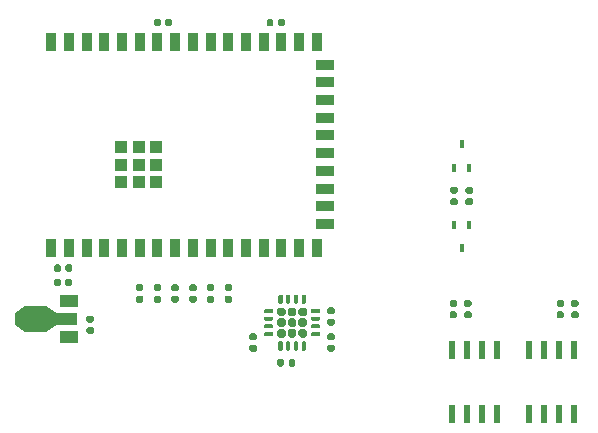
<source format=gbr>
%TF.GenerationSoftware,KiCad,Pcbnew,(5.1.9-0-10_14)*%
%TF.CreationDate,2021-03-21T21:38:48+11:00*%
%TF.ProjectId,Control Board,436f6e74-726f-46c2-9042-6f6172642e6b,rev?*%
%TF.SameCoordinates,Original*%
%TF.FileFunction,Paste,Top*%
%TF.FilePolarity,Positive*%
%FSLAX46Y46*%
G04 Gerber Fmt 4.6, Leading zero omitted, Abs format (unit mm)*
G04 Created by KiCad (PCBNEW (5.1.9-0-10_14)) date 2021-03-21 21:38:48*
%MOMM*%
%LPD*%
G01*
G04 APERTURE LIST*
%ADD10R,0.600000X1.550000*%
%ADD11R,1.100000X1.100000*%
%ADD12R,1.500000X0.900000*%
%ADD13R,0.900000X1.500000*%
%ADD14C,0.100000*%
%ADD15R,1.500000X1.000000*%
%ADD16R,1.800000X1.000000*%
%ADD17R,1.840000X2.200000*%
%ADD18R,0.450000X0.700000*%
G04 APERTURE END LIST*
%TO.C,U1*%
G36*
G01*
X116150000Y-131787500D02*
X116150000Y-132387500D01*
G75*
G02*
X116062500Y-132475000I-87500J0D01*
G01*
X115887500Y-132475000D01*
G75*
G02*
X115800000Y-132387500I0J87500D01*
G01*
X115800000Y-131787500D01*
G75*
G02*
X115887500Y-131700000I87500J0D01*
G01*
X116062500Y-131700000D01*
G75*
G02*
X116150000Y-131787500I0J-87500D01*
G01*
G37*
G36*
G01*
X115500000Y-131787500D02*
X115500000Y-132387500D01*
G75*
G02*
X115412500Y-132475000I-87500J0D01*
G01*
X115237500Y-132475000D01*
G75*
G02*
X115150000Y-132387500I0J87500D01*
G01*
X115150000Y-131787500D01*
G75*
G02*
X115237500Y-131700000I87500J0D01*
G01*
X115412500Y-131700000D01*
G75*
G02*
X115500000Y-131787500I0J-87500D01*
G01*
G37*
G36*
G01*
X114850000Y-131787500D02*
X114850000Y-132387500D01*
G75*
G02*
X114762500Y-132475000I-87500J0D01*
G01*
X114587500Y-132475000D01*
G75*
G02*
X114500000Y-132387500I0J87500D01*
G01*
X114500000Y-131787500D01*
G75*
G02*
X114587500Y-131700000I87500J0D01*
G01*
X114762500Y-131700000D01*
G75*
G02*
X114850000Y-131787500I0J-87500D01*
G01*
G37*
G36*
G01*
X114200000Y-131787500D02*
X114200000Y-132387500D01*
G75*
G02*
X114112500Y-132475000I-87500J0D01*
G01*
X113937500Y-132475000D01*
G75*
G02*
X113850000Y-132387500I0J87500D01*
G01*
X113850000Y-131787500D01*
G75*
G02*
X113937500Y-131700000I87500J0D01*
G01*
X114112500Y-131700000D01*
G75*
G02*
X114200000Y-131787500I0J-87500D01*
G01*
G37*
G36*
G01*
X113400000Y-130987500D02*
X113400000Y-131162500D01*
G75*
G02*
X113312500Y-131250000I-87500J0D01*
G01*
X112712500Y-131250000D01*
G75*
G02*
X112625000Y-131162500I0J87500D01*
G01*
X112625000Y-130987500D01*
G75*
G02*
X112712500Y-130900000I87500J0D01*
G01*
X113312500Y-130900000D01*
G75*
G02*
X113400000Y-130987500I0J-87500D01*
G01*
G37*
G36*
G01*
X113400000Y-130337500D02*
X113400000Y-130512500D01*
G75*
G02*
X113312500Y-130600000I-87500J0D01*
G01*
X112712500Y-130600000D01*
G75*
G02*
X112625000Y-130512500I0J87500D01*
G01*
X112625000Y-130337500D01*
G75*
G02*
X112712500Y-130250000I87500J0D01*
G01*
X113312500Y-130250000D01*
G75*
G02*
X113400000Y-130337500I0J-87500D01*
G01*
G37*
G36*
G01*
X113400000Y-129687500D02*
X113400000Y-129862500D01*
G75*
G02*
X113312500Y-129950000I-87500J0D01*
G01*
X112712500Y-129950000D01*
G75*
G02*
X112625000Y-129862500I0J87500D01*
G01*
X112625000Y-129687500D01*
G75*
G02*
X112712500Y-129600000I87500J0D01*
G01*
X113312500Y-129600000D01*
G75*
G02*
X113400000Y-129687500I0J-87500D01*
G01*
G37*
G36*
G01*
X113400000Y-129037500D02*
X113400000Y-129212500D01*
G75*
G02*
X113312500Y-129300000I-87500J0D01*
G01*
X112712500Y-129300000D01*
G75*
G02*
X112625000Y-129212500I0J87500D01*
G01*
X112625000Y-129037500D01*
G75*
G02*
X112712500Y-128950000I87500J0D01*
G01*
X113312500Y-128950000D01*
G75*
G02*
X113400000Y-129037500I0J-87500D01*
G01*
G37*
G36*
G01*
X114200000Y-127812500D02*
X114200000Y-128412500D01*
G75*
G02*
X114112500Y-128500000I-87500J0D01*
G01*
X113937500Y-128500000D01*
G75*
G02*
X113850000Y-128412500I0J87500D01*
G01*
X113850000Y-127812500D01*
G75*
G02*
X113937500Y-127725000I87500J0D01*
G01*
X114112500Y-127725000D01*
G75*
G02*
X114200000Y-127812500I0J-87500D01*
G01*
G37*
G36*
G01*
X114850000Y-127812500D02*
X114850000Y-128412500D01*
G75*
G02*
X114762500Y-128500000I-87500J0D01*
G01*
X114587500Y-128500000D01*
G75*
G02*
X114500000Y-128412500I0J87500D01*
G01*
X114500000Y-127812500D01*
G75*
G02*
X114587500Y-127725000I87500J0D01*
G01*
X114762500Y-127725000D01*
G75*
G02*
X114850000Y-127812500I0J-87500D01*
G01*
G37*
G36*
G01*
X115500000Y-127812500D02*
X115500000Y-128412500D01*
G75*
G02*
X115412500Y-128500000I-87500J0D01*
G01*
X115237500Y-128500000D01*
G75*
G02*
X115150000Y-128412500I0J87500D01*
G01*
X115150000Y-127812500D01*
G75*
G02*
X115237500Y-127725000I87500J0D01*
G01*
X115412500Y-127725000D01*
G75*
G02*
X115500000Y-127812500I0J-87500D01*
G01*
G37*
G36*
G01*
X116150000Y-127812500D02*
X116150000Y-128412500D01*
G75*
G02*
X116062500Y-128500000I-87500J0D01*
G01*
X115887500Y-128500000D01*
G75*
G02*
X115800000Y-128412500I0J87500D01*
G01*
X115800000Y-127812500D01*
G75*
G02*
X115887500Y-127725000I87500J0D01*
G01*
X116062500Y-127725000D01*
G75*
G02*
X116150000Y-127812500I0J-87500D01*
G01*
G37*
G36*
G01*
X117375000Y-129037500D02*
X117375000Y-129212500D01*
G75*
G02*
X117287500Y-129300000I-87500J0D01*
G01*
X116687500Y-129300000D01*
G75*
G02*
X116600000Y-129212500I0J87500D01*
G01*
X116600000Y-129037500D01*
G75*
G02*
X116687500Y-128950000I87500J0D01*
G01*
X117287500Y-128950000D01*
G75*
G02*
X117375000Y-129037500I0J-87500D01*
G01*
G37*
G36*
G01*
X117375000Y-129687500D02*
X117375000Y-129862500D01*
G75*
G02*
X117287500Y-129950000I-87500J0D01*
G01*
X116687500Y-129950000D01*
G75*
G02*
X116600000Y-129862500I0J87500D01*
G01*
X116600000Y-129687500D01*
G75*
G02*
X116687500Y-129600000I87500J0D01*
G01*
X117287500Y-129600000D01*
G75*
G02*
X117375000Y-129687500I0J-87500D01*
G01*
G37*
G36*
G01*
X117375000Y-130337500D02*
X117375000Y-130512500D01*
G75*
G02*
X117287500Y-130600000I-87500J0D01*
G01*
X116687500Y-130600000D01*
G75*
G02*
X116600000Y-130512500I0J87500D01*
G01*
X116600000Y-130337500D01*
G75*
G02*
X116687500Y-130250000I87500J0D01*
G01*
X117287500Y-130250000D01*
G75*
G02*
X117375000Y-130337500I0J-87500D01*
G01*
G37*
G36*
G01*
X117375000Y-130987500D02*
X117375000Y-131162500D01*
G75*
G02*
X117287500Y-131250000I-87500J0D01*
G01*
X116687500Y-131250000D01*
G75*
G02*
X116600000Y-131162500I0J87500D01*
G01*
X116600000Y-130987500D01*
G75*
G02*
X116687500Y-130900000I87500J0D01*
G01*
X117287500Y-130900000D01*
G75*
G02*
X117375000Y-130987500I0J-87500D01*
G01*
G37*
G36*
G01*
X114465000Y-129017500D02*
X114465000Y-129382500D01*
G75*
G02*
X114282500Y-129565000I-182500J0D01*
G01*
X113917500Y-129565000D01*
G75*
G02*
X113735000Y-129382500I0J182500D01*
G01*
X113735000Y-129017500D01*
G75*
G02*
X113917500Y-128835000I182500J0D01*
G01*
X114282500Y-128835000D01*
G75*
G02*
X114465000Y-129017500I0J-182500D01*
G01*
G37*
G36*
G01*
X114465000Y-129917500D02*
X114465000Y-130282500D01*
G75*
G02*
X114282500Y-130465000I-182500J0D01*
G01*
X113917500Y-130465000D01*
G75*
G02*
X113735000Y-130282500I0J182500D01*
G01*
X113735000Y-129917500D01*
G75*
G02*
X113917500Y-129735000I182500J0D01*
G01*
X114282500Y-129735000D01*
G75*
G02*
X114465000Y-129917500I0J-182500D01*
G01*
G37*
G36*
G01*
X114465000Y-130817500D02*
X114465000Y-131182500D01*
G75*
G02*
X114282500Y-131365000I-182500J0D01*
G01*
X113917500Y-131365000D01*
G75*
G02*
X113735000Y-131182500I0J182500D01*
G01*
X113735000Y-130817500D01*
G75*
G02*
X113917500Y-130635000I182500J0D01*
G01*
X114282500Y-130635000D01*
G75*
G02*
X114465000Y-130817500I0J-182500D01*
G01*
G37*
G36*
G01*
X115365000Y-129017500D02*
X115365000Y-129382500D01*
G75*
G02*
X115182500Y-129565000I-182500J0D01*
G01*
X114817500Y-129565000D01*
G75*
G02*
X114635000Y-129382500I0J182500D01*
G01*
X114635000Y-129017500D01*
G75*
G02*
X114817500Y-128835000I182500J0D01*
G01*
X115182500Y-128835000D01*
G75*
G02*
X115365000Y-129017500I0J-182500D01*
G01*
G37*
G36*
G01*
X115365000Y-129917500D02*
X115365000Y-130282500D01*
G75*
G02*
X115182500Y-130465000I-182500J0D01*
G01*
X114817500Y-130465000D01*
G75*
G02*
X114635000Y-130282500I0J182500D01*
G01*
X114635000Y-129917500D01*
G75*
G02*
X114817500Y-129735000I182500J0D01*
G01*
X115182500Y-129735000D01*
G75*
G02*
X115365000Y-129917500I0J-182500D01*
G01*
G37*
G36*
G01*
X115365000Y-130817500D02*
X115365000Y-131182500D01*
G75*
G02*
X115182500Y-131365000I-182500J0D01*
G01*
X114817500Y-131365000D01*
G75*
G02*
X114635000Y-131182500I0J182500D01*
G01*
X114635000Y-130817500D01*
G75*
G02*
X114817500Y-130635000I182500J0D01*
G01*
X115182500Y-130635000D01*
G75*
G02*
X115365000Y-130817500I0J-182500D01*
G01*
G37*
G36*
G01*
X116265000Y-129017500D02*
X116265000Y-129382500D01*
G75*
G02*
X116082500Y-129565000I-182500J0D01*
G01*
X115717500Y-129565000D01*
G75*
G02*
X115535000Y-129382500I0J182500D01*
G01*
X115535000Y-129017500D01*
G75*
G02*
X115717500Y-128835000I182500J0D01*
G01*
X116082500Y-128835000D01*
G75*
G02*
X116265000Y-129017500I0J-182500D01*
G01*
G37*
G36*
G01*
X116265000Y-129917500D02*
X116265000Y-130282500D01*
G75*
G02*
X116082500Y-130465000I-182500J0D01*
G01*
X115717500Y-130465000D01*
G75*
G02*
X115535000Y-130282500I0J182500D01*
G01*
X115535000Y-129917500D01*
G75*
G02*
X115717500Y-129735000I182500J0D01*
G01*
X116082500Y-129735000D01*
G75*
G02*
X116265000Y-129917500I0J-182500D01*
G01*
G37*
G36*
G01*
X116265000Y-130817500D02*
X116265000Y-131182500D01*
G75*
G02*
X116082500Y-131365000I-182500J0D01*
G01*
X115717500Y-131365000D01*
G75*
G02*
X115535000Y-131182500I0J182500D01*
G01*
X115535000Y-130817500D01*
G75*
G02*
X115717500Y-130635000I182500J0D01*
G01*
X116082500Y-130635000D01*
G75*
G02*
X116265000Y-130817500I0J-182500D01*
G01*
G37*
%TD*%
%TO.C,C2*%
G36*
G01*
X97727500Y-129505000D02*
X98072500Y-129505000D01*
G75*
G02*
X98220000Y-129652500I0J-147500D01*
G01*
X98220000Y-129947500D01*
G75*
G02*
X98072500Y-130095000I-147500J0D01*
G01*
X97727500Y-130095000D01*
G75*
G02*
X97580000Y-129947500I0J147500D01*
G01*
X97580000Y-129652500D01*
G75*
G02*
X97727500Y-129505000I147500J0D01*
G01*
G37*
G36*
G01*
X97727500Y-130475000D02*
X98072500Y-130475000D01*
G75*
G02*
X98220000Y-130622500I0J-147500D01*
G01*
X98220000Y-130917500D01*
G75*
G02*
X98072500Y-131065000I-147500J0D01*
G01*
X97727500Y-131065000D01*
G75*
G02*
X97580000Y-130917500I0J147500D01*
G01*
X97580000Y-130622500D01*
G75*
G02*
X97727500Y-130475000I147500J0D01*
G01*
G37*
%TD*%
D10*
%TO.C,Q4*%
X138870000Y-132400000D03*
X137600000Y-132400000D03*
X136330000Y-132400000D03*
X135060000Y-132400000D03*
X135060000Y-137800000D03*
X136330000Y-137800000D03*
X137600000Y-137800000D03*
X138870000Y-137800000D03*
%TD*%
%TO.C,Q1*%
X132340000Y-137800000D03*
X131070000Y-137800000D03*
X129800000Y-137800000D03*
X128530000Y-137800000D03*
X128530000Y-132400000D03*
X129800000Y-132400000D03*
X131070000Y-132400000D03*
X132340000Y-132400000D03*
%TD*%
%TO.C,R1*%
G36*
G01*
X111527500Y-131990000D02*
X111872500Y-131990000D01*
G75*
G02*
X112020000Y-132137500I0J-147500D01*
G01*
X112020000Y-132432500D01*
G75*
G02*
X111872500Y-132580000I-147500J0D01*
G01*
X111527500Y-132580000D01*
G75*
G02*
X111380000Y-132432500I0J147500D01*
G01*
X111380000Y-132137500D01*
G75*
G02*
X111527500Y-131990000I147500J0D01*
G01*
G37*
G36*
G01*
X111527500Y-131020000D02*
X111872500Y-131020000D01*
G75*
G02*
X112020000Y-131167500I0J-147500D01*
G01*
X112020000Y-131462500D01*
G75*
G02*
X111872500Y-131610000I-147500J0D01*
G01*
X111527500Y-131610000D01*
G75*
G02*
X111380000Y-131462500I0J147500D01*
G01*
X111380000Y-131167500D01*
G75*
G02*
X111527500Y-131020000I147500J0D01*
G01*
G37*
%TD*%
D11*
%TO.C,U3*%
X103500000Y-115240000D03*
X103500000Y-116740000D03*
X103500000Y-118240000D03*
X102000000Y-115240000D03*
X102000000Y-116740000D03*
X102000000Y-118240000D03*
X100500000Y-115240000D03*
X100500000Y-116740000D03*
X100500000Y-118240000D03*
D12*
X117800000Y-108250000D03*
X117800000Y-109750000D03*
X117800000Y-111250000D03*
X117800000Y-112750000D03*
X117800000Y-114250000D03*
X117800000Y-115750000D03*
X117800000Y-117250000D03*
X117800000Y-118750000D03*
X117800000Y-120250000D03*
X117800000Y-121750000D03*
D13*
X117100000Y-106350000D03*
X117100000Y-123750000D03*
X115600000Y-106350000D03*
X115600000Y-123750000D03*
X114100000Y-106350000D03*
X114100000Y-123750000D03*
X112600000Y-106350000D03*
X112600000Y-123750000D03*
X111100000Y-106350000D03*
X111100000Y-123750000D03*
X109600000Y-106350000D03*
X109600000Y-123750000D03*
X108100000Y-106350000D03*
X108100000Y-123750000D03*
X106600000Y-106350000D03*
X106600000Y-123750000D03*
X105100000Y-106350000D03*
X105100000Y-123750000D03*
X103600000Y-106350000D03*
X103600000Y-123750000D03*
X102100000Y-106350000D03*
X102100000Y-123750000D03*
X100600000Y-106350000D03*
X100600000Y-123750000D03*
X99100000Y-106350000D03*
X99100000Y-123750000D03*
X97600000Y-106350000D03*
X97600000Y-123750000D03*
X96100000Y-106350000D03*
X96100000Y-123750000D03*
X94600000Y-106350000D03*
X94600000Y-123750000D03*
%TD*%
%TO.C,C1*%
G36*
G01*
X118472500Y-129410000D02*
X118127500Y-129410000D01*
G75*
G02*
X117980000Y-129262500I0J147500D01*
G01*
X117980000Y-128967500D01*
G75*
G02*
X118127500Y-128820000I147500J0D01*
G01*
X118472500Y-128820000D01*
G75*
G02*
X118620000Y-128967500I0J-147500D01*
G01*
X118620000Y-129262500D01*
G75*
G02*
X118472500Y-129410000I-147500J0D01*
G01*
G37*
G36*
G01*
X118472500Y-130380000D02*
X118127500Y-130380000D01*
G75*
G02*
X117980000Y-130232500I0J147500D01*
G01*
X117980000Y-129937500D01*
G75*
G02*
X118127500Y-129790000I147500J0D01*
G01*
X118472500Y-129790000D01*
G75*
G02*
X118620000Y-129937500I0J-147500D01*
G01*
X118620000Y-130232500D01*
G75*
G02*
X118472500Y-130380000I-147500J0D01*
G01*
G37*
%TD*%
%TO.C,C4*%
G36*
G01*
X96395000Y-125327500D02*
X96395000Y-125672500D01*
G75*
G02*
X96247500Y-125820000I-147500J0D01*
G01*
X95952500Y-125820000D01*
G75*
G02*
X95805000Y-125672500I0J147500D01*
G01*
X95805000Y-125327500D01*
G75*
G02*
X95952500Y-125180000I147500J0D01*
G01*
X96247500Y-125180000D01*
G75*
G02*
X96395000Y-125327500I0J-147500D01*
G01*
G37*
G36*
G01*
X95425000Y-125327500D02*
X95425000Y-125672500D01*
G75*
G02*
X95277500Y-125820000I-147500J0D01*
G01*
X94982500Y-125820000D01*
G75*
G02*
X94835000Y-125672500I0J147500D01*
G01*
X94835000Y-125327500D01*
G75*
G02*
X94982500Y-125180000I147500J0D01*
G01*
X95277500Y-125180000D01*
G75*
G02*
X95425000Y-125327500I0J-147500D01*
G01*
G37*
%TD*%
%TO.C,C5*%
G36*
G01*
X96395000Y-126527500D02*
X96395000Y-126872500D01*
G75*
G02*
X96247500Y-127020000I-147500J0D01*
G01*
X95952500Y-127020000D01*
G75*
G02*
X95805000Y-126872500I0J147500D01*
G01*
X95805000Y-126527500D01*
G75*
G02*
X95952500Y-126380000I147500J0D01*
G01*
X96247500Y-126380000D01*
G75*
G02*
X96395000Y-126527500I0J-147500D01*
G01*
G37*
G36*
G01*
X95425000Y-126527500D02*
X95425000Y-126872500D01*
G75*
G02*
X95277500Y-127020000I-147500J0D01*
G01*
X94982500Y-127020000D01*
G75*
G02*
X94835000Y-126872500I0J147500D01*
G01*
X94835000Y-126527500D01*
G75*
G02*
X94982500Y-126380000I147500J0D01*
G01*
X95277500Y-126380000D01*
G75*
G02*
X95425000Y-126527500I0J-147500D01*
G01*
G37*
%TD*%
%TO.C,R2*%
G36*
G01*
X129707500Y-129158332D02*
X130052500Y-129158332D01*
G75*
G02*
X130200000Y-129305832I0J-147500D01*
G01*
X130200000Y-129600832D01*
G75*
G02*
X130052500Y-129748332I-147500J0D01*
G01*
X129707500Y-129748332D01*
G75*
G02*
X129560000Y-129600832I0J147500D01*
G01*
X129560000Y-129305832D01*
G75*
G02*
X129707500Y-129158332I147500J0D01*
G01*
G37*
G36*
G01*
X129707500Y-128188332D02*
X130052500Y-128188332D01*
G75*
G02*
X130200000Y-128335832I0J-147500D01*
G01*
X130200000Y-128630832D01*
G75*
G02*
X130052500Y-128778332I-147500J0D01*
G01*
X129707500Y-128778332D01*
G75*
G02*
X129560000Y-128630832I0J147500D01*
G01*
X129560000Y-128335832D01*
G75*
G02*
X129707500Y-128188332I147500J0D01*
G01*
G37*
%TD*%
%TO.C,R3*%
G36*
G01*
X128822500Y-128778332D02*
X128477500Y-128778332D01*
G75*
G02*
X128330000Y-128630832I0J147500D01*
G01*
X128330000Y-128335832D01*
G75*
G02*
X128477500Y-128188332I147500J0D01*
G01*
X128822500Y-128188332D01*
G75*
G02*
X128970000Y-128335832I0J-147500D01*
G01*
X128970000Y-128630832D01*
G75*
G02*
X128822500Y-128778332I-147500J0D01*
G01*
G37*
G36*
G01*
X128822500Y-129748332D02*
X128477500Y-129748332D01*
G75*
G02*
X128330000Y-129600832I0J147500D01*
G01*
X128330000Y-129305832D01*
G75*
G02*
X128477500Y-129158332I147500J0D01*
G01*
X128822500Y-129158332D01*
G75*
G02*
X128970000Y-129305832I0J-147500D01*
G01*
X128970000Y-129600832D01*
G75*
G02*
X128822500Y-129748332I-147500J0D01*
G01*
G37*
%TD*%
%TO.C,R4*%
G36*
G01*
X113425000Y-104527500D02*
X113425000Y-104872500D01*
G75*
G02*
X113277500Y-105020000I-147500J0D01*
G01*
X112982500Y-105020000D01*
G75*
G02*
X112835000Y-104872500I0J147500D01*
G01*
X112835000Y-104527500D01*
G75*
G02*
X112982500Y-104380000I147500J0D01*
G01*
X113277500Y-104380000D01*
G75*
G02*
X113425000Y-104527500I0J-147500D01*
G01*
G37*
G36*
G01*
X114395000Y-104527500D02*
X114395000Y-104872500D01*
G75*
G02*
X114247500Y-105020000I-147500J0D01*
G01*
X113952500Y-105020000D01*
G75*
G02*
X113805000Y-104872500I0J147500D01*
G01*
X113805000Y-104527500D01*
G75*
G02*
X113952500Y-104380000I147500J0D01*
G01*
X114247500Y-104380000D01*
G75*
G02*
X114395000Y-104527500I0J-147500D01*
G01*
G37*
%TD*%
%TO.C,R5*%
G36*
G01*
X104865000Y-104527500D02*
X104865000Y-104872500D01*
G75*
G02*
X104717500Y-105020000I-147500J0D01*
G01*
X104422500Y-105020000D01*
G75*
G02*
X104275000Y-104872500I0J147500D01*
G01*
X104275000Y-104527500D01*
G75*
G02*
X104422500Y-104380000I147500J0D01*
G01*
X104717500Y-104380000D01*
G75*
G02*
X104865000Y-104527500I0J-147500D01*
G01*
G37*
G36*
G01*
X103895000Y-104527500D02*
X103895000Y-104872500D01*
G75*
G02*
X103747500Y-105020000I-147500J0D01*
G01*
X103452500Y-105020000D01*
G75*
G02*
X103305000Y-104872500I0J147500D01*
G01*
X103305000Y-104527500D01*
G75*
G02*
X103452500Y-104380000I147500J0D01*
G01*
X103747500Y-104380000D01*
G75*
G02*
X103895000Y-104527500I0J-147500D01*
G01*
G37*
%TD*%
%TO.C,R6*%
G36*
G01*
X138777500Y-128188332D02*
X139122500Y-128188332D01*
G75*
G02*
X139270000Y-128335832I0J-147500D01*
G01*
X139270000Y-128630832D01*
G75*
G02*
X139122500Y-128778332I-147500J0D01*
G01*
X138777500Y-128778332D01*
G75*
G02*
X138630000Y-128630832I0J147500D01*
G01*
X138630000Y-128335832D01*
G75*
G02*
X138777500Y-128188332I147500J0D01*
G01*
G37*
G36*
G01*
X138777500Y-129158332D02*
X139122500Y-129158332D01*
G75*
G02*
X139270000Y-129305832I0J-147500D01*
G01*
X139270000Y-129600832D01*
G75*
G02*
X139122500Y-129748332I-147500J0D01*
G01*
X138777500Y-129748332D01*
G75*
G02*
X138630000Y-129600832I0J147500D01*
G01*
X138630000Y-129305832D01*
G75*
G02*
X138777500Y-129158332I147500J0D01*
G01*
G37*
%TD*%
%TO.C,R7*%
G36*
G01*
X128872500Y-120165000D02*
X128527500Y-120165000D01*
G75*
G02*
X128380000Y-120017500I0J147500D01*
G01*
X128380000Y-119722500D01*
G75*
G02*
X128527500Y-119575000I147500J0D01*
G01*
X128872500Y-119575000D01*
G75*
G02*
X129020000Y-119722500I0J-147500D01*
G01*
X129020000Y-120017500D01*
G75*
G02*
X128872500Y-120165000I-147500J0D01*
G01*
G37*
G36*
G01*
X128872500Y-119195000D02*
X128527500Y-119195000D01*
G75*
G02*
X128380000Y-119047500I0J147500D01*
G01*
X128380000Y-118752500D01*
G75*
G02*
X128527500Y-118605000I147500J0D01*
G01*
X128872500Y-118605000D01*
G75*
G02*
X129020000Y-118752500I0J-147500D01*
G01*
X129020000Y-119047500D01*
G75*
G02*
X128872500Y-119195000I-147500J0D01*
G01*
G37*
%TD*%
%TO.C,R8*%
G36*
G01*
X129827500Y-119575000D02*
X130172500Y-119575000D01*
G75*
G02*
X130320000Y-119722500I0J-147500D01*
G01*
X130320000Y-120017500D01*
G75*
G02*
X130172500Y-120165000I-147500J0D01*
G01*
X129827500Y-120165000D01*
G75*
G02*
X129680000Y-120017500I0J147500D01*
G01*
X129680000Y-119722500D01*
G75*
G02*
X129827500Y-119575000I147500J0D01*
G01*
G37*
G36*
G01*
X129827500Y-118605000D02*
X130172500Y-118605000D01*
G75*
G02*
X130320000Y-118752500I0J-147500D01*
G01*
X130320000Y-119047500D01*
G75*
G02*
X130172500Y-119195000I-147500J0D01*
G01*
X129827500Y-119195000D01*
G75*
G02*
X129680000Y-119047500I0J147500D01*
G01*
X129680000Y-118752500D01*
G75*
G02*
X129827500Y-118605000I147500J0D01*
G01*
G37*
%TD*%
%TO.C,R9*%
G36*
G01*
X137547500Y-128188332D02*
X137892500Y-128188332D01*
G75*
G02*
X138040000Y-128335832I0J-147500D01*
G01*
X138040000Y-128630832D01*
G75*
G02*
X137892500Y-128778332I-147500J0D01*
G01*
X137547500Y-128778332D01*
G75*
G02*
X137400000Y-128630832I0J147500D01*
G01*
X137400000Y-128335832D01*
G75*
G02*
X137547500Y-128188332I147500J0D01*
G01*
G37*
G36*
G01*
X137547500Y-129158332D02*
X137892500Y-129158332D01*
G75*
G02*
X138040000Y-129305832I0J-147500D01*
G01*
X138040000Y-129600832D01*
G75*
G02*
X137892500Y-129748332I-147500J0D01*
G01*
X137547500Y-129748332D01*
G75*
G02*
X137400000Y-129600832I0J147500D01*
G01*
X137400000Y-129305832D01*
G75*
G02*
X137547500Y-129158332I147500J0D01*
G01*
G37*
%TD*%
D14*
%TO.C,U2*%
G36*
X92378000Y-130900000D02*
G01*
X91528000Y-130300000D01*
X91528000Y-129300000D01*
X92378000Y-128700000D01*
X92378000Y-130900000D01*
G37*
D15*
X96100000Y-131300000D03*
D16*
X95953500Y-129800000D03*
D15*
X96100000Y-128300000D03*
D17*
X93286500Y-129800000D03*
D14*
G36*
X94196200Y-128700000D02*
G01*
X95196200Y-129400000D01*
X95196200Y-130200000D01*
X94196200Y-130900000D01*
X94196200Y-128700000D01*
G37*
%TD*%
D18*
%TO.C,Q2*%
X129350000Y-115000000D03*
X130000000Y-117000000D03*
X128700000Y-117000000D03*
%TD*%
%TO.C,Q3*%
X130000000Y-121800000D03*
X128700000Y-121800000D03*
X129350000Y-123800000D03*
%TD*%
%TO.C,R10*%
G36*
G01*
X102272500Y-127445000D02*
X101927500Y-127445000D01*
G75*
G02*
X101780000Y-127297500I0J147500D01*
G01*
X101780000Y-127002500D01*
G75*
G02*
X101927500Y-126855000I147500J0D01*
G01*
X102272500Y-126855000D01*
G75*
G02*
X102420000Y-127002500I0J-147500D01*
G01*
X102420000Y-127297500D01*
G75*
G02*
X102272500Y-127445000I-147500J0D01*
G01*
G37*
G36*
G01*
X102272500Y-128415000D02*
X101927500Y-128415000D01*
G75*
G02*
X101780000Y-128267500I0J147500D01*
G01*
X101780000Y-127972500D01*
G75*
G02*
X101927500Y-127825000I147500J0D01*
G01*
X102272500Y-127825000D01*
G75*
G02*
X102420000Y-127972500I0J-147500D01*
G01*
X102420000Y-128267500D01*
G75*
G02*
X102272500Y-128415000I-147500J0D01*
G01*
G37*
%TD*%
%TO.C,R11*%
G36*
G01*
X103772500Y-128415000D02*
X103427500Y-128415000D01*
G75*
G02*
X103280000Y-128267500I0J147500D01*
G01*
X103280000Y-127972500D01*
G75*
G02*
X103427500Y-127825000I147500J0D01*
G01*
X103772500Y-127825000D01*
G75*
G02*
X103920000Y-127972500I0J-147500D01*
G01*
X103920000Y-128267500D01*
G75*
G02*
X103772500Y-128415000I-147500J0D01*
G01*
G37*
G36*
G01*
X103772500Y-127445000D02*
X103427500Y-127445000D01*
G75*
G02*
X103280000Y-127297500I0J147500D01*
G01*
X103280000Y-127002500D01*
G75*
G02*
X103427500Y-126855000I147500J0D01*
G01*
X103772500Y-126855000D01*
G75*
G02*
X103920000Y-127002500I0J-147500D01*
G01*
X103920000Y-127297500D01*
G75*
G02*
X103772500Y-127445000I-147500J0D01*
G01*
G37*
%TD*%
%TO.C,R12*%
G36*
G01*
X105272500Y-127445000D02*
X104927500Y-127445000D01*
G75*
G02*
X104780000Y-127297500I0J147500D01*
G01*
X104780000Y-127002500D01*
G75*
G02*
X104927500Y-126855000I147500J0D01*
G01*
X105272500Y-126855000D01*
G75*
G02*
X105420000Y-127002500I0J-147500D01*
G01*
X105420000Y-127297500D01*
G75*
G02*
X105272500Y-127445000I-147500J0D01*
G01*
G37*
G36*
G01*
X105272500Y-128415000D02*
X104927500Y-128415000D01*
G75*
G02*
X104780000Y-128267500I0J147500D01*
G01*
X104780000Y-127972500D01*
G75*
G02*
X104927500Y-127825000I147500J0D01*
G01*
X105272500Y-127825000D01*
G75*
G02*
X105420000Y-127972500I0J-147500D01*
G01*
X105420000Y-128267500D01*
G75*
G02*
X105272500Y-128415000I-147500J0D01*
G01*
G37*
%TD*%
%TO.C,R13*%
G36*
G01*
X106772500Y-128415000D02*
X106427500Y-128415000D01*
G75*
G02*
X106280000Y-128267500I0J147500D01*
G01*
X106280000Y-127972500D01*
G75*
G02*
X106427500Y-127825000I147500J0D01*
G01*
X106772500Y-127825000D01*
G75*
G02*
X106920000Y-127972500I0J-147500D01*
G01*
X106920000Y-128267500D01*
G75*
G02*
X106772500Y-128415000I-147500J0D01*
G01*
G37*
G36*
G01*
X106772500Y-127445000D02*
X106427500Y-127445000D01*
G75*
G02*
X106280000Y-127297500I0J147500D01*
G01*
X106280000Y-127002500D01*
G75*
G02*
X106427500Y-126855000I147500J0D01*
G01*
X106772500Y-126855000D01*
G75*
G02*
X106920000Y-127002500I0J-147500D01*
G01*
X106920000Y-127297500D01*
G75*
G02*
X106772500Y-127445000I-147500J0D01*
G01*
G37*
%TD*%
%TO.C,R14*%
G36*
G01*
X108272500Y-127445000D02*
X107927500Y-127445000D01*
G75*
G02*
X107780000Y-127297500I0J147500D01*
G01*
X107780000Y-127002500D01*
G75*
G02*
X107927500Y-126855000I147500J0D01*
G01*
X108272500Y-126855000D01*
G75*
G02*
X108420000Y-127002500I0J-147500D01*
G01*
X108420000Y-127297500D01*
G75*
G02*
X108272500Y-127445000I-147500J0D01*
G01*
G37*
G36*
G01*
X108272500Y-128415000D02*
X107927500Y-128415000D01*
G75*
G02*
X107780000Y-128267500I0J147500D01*
G01*
X107780000Y-127972500D01*
G75*
G02*
X107927500Y-127825000I147500J0D01*
G01*
X108272500Y-127825000D01*
G75*
G02*
X108420000Y-127972500I0J-147500D01*
G01*
X108420000Y-128267500D01*
G75*
G02*
X108272500Y-128415000I-147500J0D01*
G01*
G37*
%TD*%
%TO.C,R15*%
G36*
G01*
X109772500Y-128415000D02*
X109427500Y-128415000D01*
G75*
G02*
X109280000Y-128267500I0J147500D01*
G01*
X109280000Y-127972500D01*
G75*
G02*
X109427500Y-127825000I147500J0D01*
G01*
X109772500Y-127825000D01*
G75*
G02*
X109920000Y-127972500I0J-147500D01*
G01*
X109920000Y-128267500D01*
G75*
G02*
X109772500Y-128415000I-147500J0D01*
G01*
G37*
G36*
G01*
X109772500Y-127445000D02*
X109427500Y-127445000D01*
G75*
G02*
X109280000Y-127297500I0J147500D01*
G01*
X109280000Y-127002500D01*
G75*
G02*
X109427500Y-126855000I147500J0D01*
G01*
X109772500Y-126855000D01*
G75*
G02*
X109920000Y-127002500I0J-147500D01*
G01*
X109920000Y-127297500D01*
G75*
G02*
X109772500Y-127445000I-147500J0D01*
G01*
G37*
%TD*%
%TO.C,C3*%
G36*
G01*
X113730000Y-133672500D02*
X113730000Y-133327500D01*
G75*
G02*
X113877500Y-133180000I147500J0D01*
G01*
X114172500Y-133180000D01*
G75*
G02*
X114320000Y-133327500I0J-147500D01*
G01*
X114320000Y-133672500D01*
G75*
G02*
X114172500Y-133820000I-147500J0D01*
G01*
X113877500Y-133820000D01*
G75*
G02*
X113730000Y-133672500I0J147500D01*
G01*
G37*
G36*
G01*
X114700000Y-133672500D02*
X114700000Y-133327500D01*
G75*
G02*
X114847500Y-133180000I147500J0D01*
G01*
X115142500Y-133180000D01*
G75*
G02*
X115290000Y-133327500I0J-147500D01*
G01*
X115290000Y-133672500D01*
G75*
G02*
X115142500Y-133820000I-147500J0D01*
G01*
X114847500Y-133820000D01*
G75*
G02*
X114700000Y-133672500I0J147500D01*
G01*
G37*
%TD*%
%TO.C,R16*%
G36*
G01*
X118472500Y-132565000D02*
X118127500Y-132565000D01*
G75*
G02*
X117980000Y-132417500I0J147500D01*
G01*
X117980000Y-132122500D01*
G75*
G02*
X118127500Y-131975000I147500J0D01*
G01*
X118472500Y-131975000D01*
G75*
G02*
X118620000Y-132122500I0J-147500D01*
G01*
X118620000Y-132417500D01*
G75*
G02*
X118472500Y-132565000I-147500J0D01*
G01*
G37*
G36*
G01*
X118472500Y-131595000D02*
X118127500Y-131595000D01*
G75*
G02*
X117980000Y-131447500I0J147500D01*
G01*
X117980000Y-131152500D01*
G75*
G02*
X118127500Y-131005000I147500J0D01*
G01*
X118472500Y-131005000D01*
G75*
G02*
X118620000Y-131152500I0J-147500D01*
G01*
X118620000Y-131447500D01*
G75*
G02*
X118472500Y-131595000I-147500J0D01*
G01*
G37*
%TD*%
M02*

</source>
